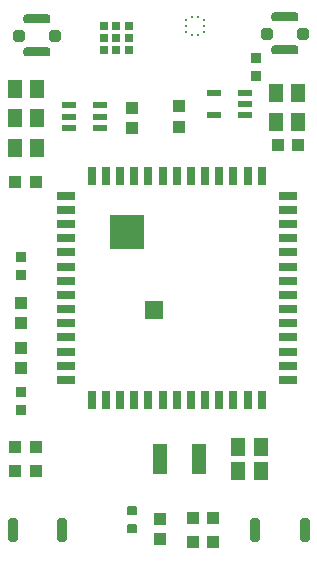
<source format=gbr>
%TF.GenerationSoftware,KiCad,Pcbnew,7.0.8*%
%TF.CreationDate,2023-10-19T11:53:07-06:00*%
%TF.ProjectId,air_station_1v5,6169725f-7374-4617-9469-6f6e5f317635,rev?*%
%TF.SameCoordinates,Original*%
%TF.FileFunction,Paste,Top*%
%TF.FilePolarity,Positive*%
%FSLAX46Y46*%
G04 Gerber Fmt 4.6, Leading zero omitted, Abs format (unit mm)*
G04 Created by KiCad (PCBNEW 7.0.8) date 2023-10-19 11:53:07*
%MOMM*%
%LPD*%
G01*
G04 APERTURE LIST*
G04 Aperture macros list*
%AMRoundRect*
0 Rectangle with rounded corners*
0 $1 Rounding radius*
0 $2 $3 $4 $5 $6 $7 $8 $9 X,Y pos of 4 corners*
0 Add a 4 corners polygon primitive as box body*
4,1,4,$2,$3,$4,$5,$6,$7,$8,$9,$2,$3,0*
0 Add four circle primitives for the rounded corners*
1,1,$1+$1,$2,$3*
1,1,$1+$1,$4,$5*
1,1,$1+$1,$6,$7*
1,1,$1+$1,$8,$9*
0 Add four rect primitives between the rounded corners*
20,1,$1+$1,$2,$3,$4,$5,0*
20,1,$1+$1,$4,$5,$6,$7,0*
20,1,$1+$1,$6,$7,$8,$9,0*
20,1,$1+$1,$8,$9,$2,$3,0*%
G04 Aperture macros list end*
%ADD10R,0.800000X0.750000*%
%ADD11R,1.075000X1.000000*%
%ADD12RoundRect,0.254000X0.254000X0.254000X-0.254000X0.254000X-0.254000X-0.254000X0.254000X-0.254000X0*%
%ADD13RoundRect,0.190500X-0.952500X-0.190500X0.952500X-0.190500X0.952500X0.190500X-0.952500X0.190500X0*%
%ADD14R,1.000000X1.075000*%
%ADD15RoundRect,0.200000X0.200000X0.800000X-0.200000X0.800000X-0.200000X-0.800000X0.200000X-0.800000X0*%
%ADD16R,1.240000X1.500000*%
%ADD17R,1.200000X0.550000*%
%ADD18RoundRect,0.111125X-0.333375X0.333375X-0.333375X-0.333375X0.333375X-0.333375X0.333375X0.333375X0*%
%ADD19R,1.200000X2.500000*%
%ADD20R,0.254000X0.279400*%
%ADD21R,0.279400X0.254000*%
%ADD22RoundRect,0.254000X-0.254000X-0.254000X0.254000X-0.254000X0.254000X0.254000X-0.254000X0.254000X0*%
%ADD23RoundRect,0.190500X0.952500X0.190500X-0.952500X0.190500X-0.952500X-0.190500X0.952500X-0.190500X0*%
%ADD24R,1.600000X0.800000*%
%ADD25R,0.800000X1.600000*%
%ADD26R,3.000000X3.000000*%
%ADD27R,1.500000X1.500000*%
%ADD28RoundRect,0.111125X0.333375X-0.333375X0.333375X0.333375X-0.333375X0.333375X-0.333375X-0.333375X0*%
%ADD29RoundRect,0.095250X-0.349250X0.285750X-0.349250X-0.285750X0.349250X-0.285750X0.349250X0.285750X0*%
G04 APERTURE END LIST*
D10*
%TO.C,X1*%
X84641000Y-55304000D03*
X84641000Y-56354000D03*
X84641000Y-57404000D03*
X85691000Y-57404000D03*
X86741000Y-57404000D03*
X86741000Y-56354000D03*
X86741000Y-55304000D03*
X85691000Y-55304000D03*
X85691000Y-56354000D03*
%TD*%
D11*
%TO.C,R4*%
X78850000Y-93000000D03*
X77150000Y-93000000D03*
%TD*%
D12*
%TO.C,GPS_ANTENNA*%
X98476000Y-56000000D03*
D13*
X100000000Y-54603000D03*
X100000000Y-57397000D03*
D12*
X101524000Y-56000000D03*
%TD*%
D14*
%TO.C,R6*%
X77597000Y-80479000D03*
X77597000Y-78779000D03*
%TD*%
%TO.C,R10*%
X87000000Y-62300000D03*
X87000000Y-64000000D03*
%TD*%
%TO.C,C5*%
X89408000Y-98806000D03*
X89408000Y-97106000D03*
%TD*%
D15*
%TO.C,SW_RST1*%
X81100000Y-98000000D03*
X76900000Y-98000000D03*
%TD*%
D16*
%TO.C,C12*%
X99192000Y-60985392D03*
X101092000Y-60985392D03*
%TD*%
D11*
%TO.C,R3*%
X77150000Y-91000000D03*
X78850000Y-91000000D03*
%TD*%
D14*
%TO.C,R9*%
X91000000Y-62150000D03*
X91000000Y-63850000D03*
%TD*%
D17*
%TO.C,U7*%
X84300000Y-63950000D03*
X84300000Y-63000000D03*
X84300000Y-62050000D03*
X81700000Y-62050000D03*
X81700000Y-63000000D03*
X81700000Y-63950000D03*
%TD*%
D14*
%TO.C,R5*%
X77597000Y-82589000D03*
X77597000Y-84289000D03*
%TD*%
D18*
%TO.C,D2*%
X77597000Y-74930000D03*
X77597000Y-76454000D03*
%TD*%
D17*
%TO.C,U9*%
X96600200Y-62900000D03*
X96600200Y-61950000D03*
X96600200Y-61000000D03*
X94000000Y-61000000D03*
X94000000Y-62900000D03*
%TD*%
D16*
%TO.C,C9*%
X79000000Y-63130000D03*
X77100000Y-63130000D03*
%TD*%
D11*
%TO.C,C11*%
X78850000Y-68570000D03*
X77150000Y-68570000D03*
%TD*%
%TO.C,R1*%
X93850000Y-97000000D03*
X92150000Y-97000000D03*
%TD*%
%TO.C,C14*%
X99402000Y-65425392D03*
X101102000Y-65425392D03*
%TD*%
D16*
%TO.C,C10*%
X79000000Y-65630000D03*
X77100000Y-65630000D03*
%TD*%
D19*
%TO.C,C3*%
X92650000Y-92000000D03*
X89350000Y-92000000D03*
%TD*%
D16*
%TO.C,C2*%
X97900000Y-93000000D03*
X96000000Y-93000000D03*
%TD*%
D11*
%TO.C,R2*%
X92150000Y-99000000D03*
X93850000Y-99000000D03*
%TD*%
D16*
%TO.C,C8*%
X79000000Y-60630000D03*
X77100000Y-60630000D03*
%TD*%
D18*
%TO.C,L2*%
X97536000Y-58039000D03*
X97536000Y-59563000D03*
%TD*%
D16*
%TO.C,C13*%
X99192000Y-63485392D03*
X101092000Y-63485392D03*
%TD*%
D20*
%TO.C,U5*%
X92584585Y-54575172D03*
X92084585Y-54575172D03*
D21*
X91572585Y-54837173D03*
X91572585Y-55337172D03*
X91572585Y-55837171D03*
D20*
X92084585Y-56099172D03*
X92584585Y-56099172D03*
D21*
X93096585Y-55837171D03*
X93096585Y-55337172D03*
X93096585Y-54837173D03*
%TD*%
D22*
%TO.C,GSM_ANTENNA*%
X80524000Y-56141642D03*
D23*
X79000000Y-57538642D03*
X79000000Y-54744642D03*
D22*
X77476000Y-56141642D03*
%TD*%
D24*
%TO.C,U1*%
X81400000Y-69700000D03*
X81400000Y-70900000D03*
X81400000Y-72100000D03*
X81400000Y-73300000D03*
X81400000Y-74500000D03*
X81400000Y-75700000D03*
X81400000Y-76900000D03*
X81400000Y-78100000D03*
X81400000Y-79300000D03*
X81400000Y-80500000D03*
X81400000Y-81700000D03*
X81400000Y-82900000D03*
X81400000Y-84100000D03*
X81400000Y-85300000D03*
D25*
X83600000Y-87000000D03*
X84800000Y-87000000D03*
X86000000Y-87000000D03*
X87200000Y-87000000D03*
X88400000Y-87000000D03*
X89600000Y-87000000D03*
X90800000Y-87000000D03*
X92000000Y-87000000D03*
X93200000Y-87000000D03*
X94400000Y-87000000D03*
X95600000Y-87000000D03*
X96800000Y-87000000D03*
X98000000Y-87000000D03*
D24*
X100200000Y-85300000D03*
X100200000Y-84100000D03*
X100200000Y-82900000D03*
X100200000Y-81700000D03*
X100200000Y-80500000D03*
X100200000Y-79300000D03*
X100200000Y-78100000D03*
X100200000Y-76900000D03*
X100200000Y-75700000D03*
X100200000Y-74500000D03*
X100200000Y-73300000D03*
X100200000Y-72100000D03*
X100200000Y-70900000D03*
X100200000Y-69700000D03*
D25*
X98000000Y-68000000D03*
X96800000Y-68000000D03*
X95600000Y-68000000D03*
X94400000Y-68000000D03*
X93200000Y-68000000D03*
X92000000Y-68000000D03*
X90800000Y-68000000D03*
X89600000Y-68000000D03*
X88400000Y-68000000D03*
X87200000Y-68000000D03*
X86000000Y-68000000D03*
X84800000Y-68000000D03*
X83600000Y-68000000D03*
D26*
X86600000Y-72800000D03*
D27*
X88900000Y-79400000D03*
%TD*%
D16*
%TO.C,C1*%
X97900000Y-91000000D03*
X96000000Y-91000000D03*
%TD*%
D15*
%TO.C,SW_POW1*%
X101669479Y-98000000D03*
X97469479Y-98000000D03*
%TD*%
D28*
%TO.C,D1*%
X77597000Y-87884000D03*
X77597000Y-86360000D03*
%TD*%
D29*
%TO.C,CHG*%
X86995000Y-96393000D03*
X86995000Y-97917000D03*
%TD*%
M02*

</source>
